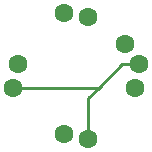
<source format=gbl>
%TF.GenerationSoftware,KiCad,Pcbnew,7.0.5*%
%TF.CreationDate,2023-06-18T14:47:58+02:00*%
%TF.ProjectId,LH_RKJXM1015004_FacePlateTilted,4c485f52-4b4a-4584-9d31-303135303034,rev?*%
%TF.SameCoordinates,Original*%
%TF.FileFunction,Copper,L2,Bot*%
%TF.FilePolarity,Positive*%
%FSLAX46Y46*%
G04 Gerber Fmt 4.6, Leading zero omitted, Abs format (unit mm)*
G04 Created by KiCad (PCBNEW 7.0.5) date 2023-06-18 14:47:58*
%MOMM*%
%LPD*%
G01*
G04 APERTURE LIST*
%TA.AperFunction,ComponentPad*%
%ADD10C,1.600000*%
%TD*%
%TA.AperFunction,Conductor*%
%ADD11C,0.250000*%
%TD*%
G04 APERTURE END LIST*
D10*
X56150000Y-54300000D03*
X57350000Y-56000000D03*
X53000000Y-62350000D03*
X46650000Y-58000000D03*
X51000000Y-51650000D03*
X51000000Y-61950000D03*
X47050000Y-56000000D03*
X53000000Y-52050000D03*
X56950000Y-58000000D03*
D11*
X53000000Y-58900000D02*
X53900000Y-58000000D01*
X53000000Y-62350000D02*
X53000000Y-58900000D01*
X55900000Y-56000000D02*
X57350000Y-56000000D01*
X53900000Y-58000000D02*
X55900000Y-56000000D01*
X46650000Y-58000000D02*
X53900000Y-58000000D01*
M02*

</source>
